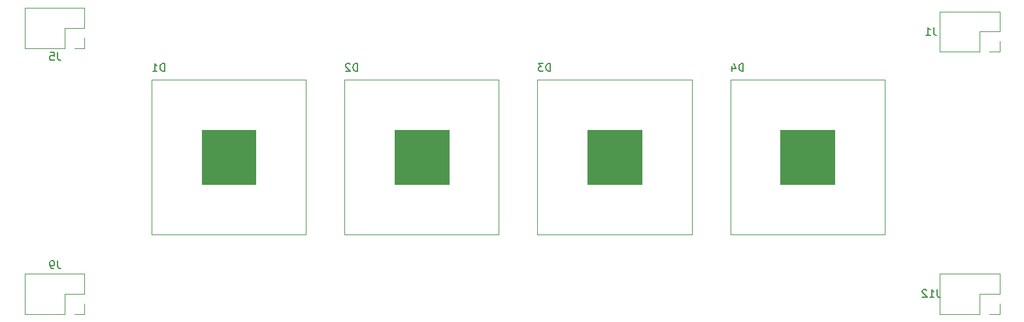
<source format=gbo>
G04 #@! TF.GenerationSoftware,KiCad,Pcbnew,8.0.7-8.0.7-0~ubuntu22.04.1*
G04 #@! TF.CreationDate,2025-03-20T12:44:00-04:00*
G04 #@! TF.ProjectId,trigger,74726967-6765-4722-9e6b-696361645f70,rev?*
G04 #@! TF.SameCoordinates,Original*
G04 #@! TF.FileFunction,Legend,Bot*
G04 #@! TF.FilePolarity,Positive*
%FSLAX46Y46*%
G04 Gerber Fmt 4.6, Leading zero omitted, Abs format (unit mm)*
G04 Created by KiCad (PCBNEW 8.0.7-8.0.7-0~ubuntu22.04.1) date 2025-03-20 12:44:00*
%MOMM*%
%LPD*%
G01*
G04 APERTURE LIST*
%ADD10C,0.100000*%
%ADD11C,0.150000*%
%ADD12C,0.120000*%
%ADD13C,5.600000*%
%ADD14O,1.700000X1.700000*%
%ADD15R,1.700000X1.700000*%
G04 APERTURE END LIST*
D10*
X90000000Y-90000000D02*
X110000000Y-90000000D01*
X110000000Y-110000000D01*
X90000000Y-110000000D01*
X90000000Y-90000000D01*
X146500000Y-96500000D02*
X153500000Y-96500000D01*
X153500000Y-103500000D01*
X146500000Y-103500000D01*
X146500000Y-96500000D01*
G36*
X146500000Y-96500000D02*
G01*
X153500000Y-96500000D01*
X153500000Y-103500000D01*
X146500000Y-103500000D01*
X146500000Y-96500000D01*
G37*
X140000000Y-90000000D02*
X160000000Y-90000000D01*
X160000000Y-110000000D01*
X140000000Y-110000000D01*
X140000000Y-90000000D01*
X96500000Y-96500000D02*
X103500000Y-96500000D01*
X103500000Y-103500000D01*
X96500000Y-103500000D01*
X96500000Y-96500000D01*
G36*
X96500000Y-96500000D02*
G01*
X103500000Y-96500000D01*
X103500000Y-103500000D01*
X96500000Y-103500000D01*
X96500000Y-96500000D01*
G37*
X115000000Y-90000000D02*
X135000000Y-90000000D01*
X135000000Y-110000000D01*
X115000000Y-110000000D01*
X115000000Y-90000000D01*
X171500000Y-96500000D02*
X178500000Y-96500000D01*
X178500000Y-103500000D01*
X171500000Y-103500000D01*
X171500000Y-96500000D01*
G36*
X171500000Y-96500000D02*
G01*
X178500000Y-96500000D01*
X178500000Y-103500000D01*
X171500000Y-103500000D01*
X171500000Y-96500000D01*
G37*
X121500000Y-96500000D02*
X128500000Y-96500000D01*
X128500000Y-103500000D01*
X121500000Y-103500000D01*
X121500000Y-96500000D01*
G36*
X121500000Y-96500000D02*
G01*
X128500000Y-96500000D01*
X128500000Y-103500000D01*
X121500000Y-103500000D01*
X121500000Y-96500000D01*
G37*
X165000000Y-90000000D02*
X185000000Y-90000000D01*
X185000000Y-110000000D01*
X165000000Y-110000000D01*
X165000000Y-90000000D01*
D11*
X166663220Y-88869819D02*
X166663220Y-87869819D01*
X166663220Y-87869819D02*
X166425125Y-87869819D01*
X166425125Y-87869819D02*
X166282268Y-87917438D01*
X166282268Y-87917438D02*
X166187030Y-88012676D01*
X166187030Y-88012676D02*
X166139411Y-88107914D01*
X166139411Y-88107914D02*
X166091792Y-88298390D01*
X166091792Y-88298390D02*
X166091792Y-88441247D01*
X166091792Y-88441247D02*
X166139411Y-88631723D01*
X166139411Y-88631723D02*
X166187030Y-88726961D01*
X166187030Y-88726961D02*
X166282268Y-88822200D01*
X166282268Y-88822200D02*
X166425125Y-88869819D01*
X166425125Y-88869819D02*
X166663220Y-88869819D01*
X165234649Y-88203152D02*
X165234649Y-88869819D01*
X165472744Y-87822200D02*
X165710839Y-88536485D01*
X165710839Y-88536485D02*
X165091792Y-88536485D01*
X141663220Y-88869819D02*
X141663220Y-87869819D01*
X141663220Y-87869819D02*
X141425125Y-87869819D01*
X141425125Y-87869819D02*
X141282268Y-87917438D01*
X141282268Y-87917438D02*
X141187030Y-88012676D01*
X141187030Y-88012676D02*
X141139411Y-88107914D01*
X141139411Y-88107914D02*
X141091792Y-88298390D01*
X141091792Y-88298390D02*
X141091792Y-88441247D01*
X141091792Y-88441247D02*
X141139411Y-88631723D01*
X141139411Y-88631723D02*
X141187030Y-88726961D01*
X141187030Y-88726961D02*
X141282268Y-88822200D01*
X141282268Y-88822200D02*
X141425125Y-88869819D01*
X141425125Y-88869819D02*
X141663220Y-88869819D01*
X140758458Y-87869819D02*
X140139411Y-87869819D01*
X140139411Y-87869819D02*
X140472744Y-88250771D01*
X140472744Y-88250771D02*
X140329887Y-88250771D01*
X140329887Y-88250771D02*
X140234649Y-88298390D01*
X140234649Y-88298390D02*
X140187030Y-88346009D01*
X140187030Y-88346009D02*
X140139411Y-88441247D01*
X140139411Y-88441247D02*
X140139411Y-88679342D01*
X140139411Y-88679342D02*
X140187030Y-88774580D01*
X140187030Y-88774580D02*
X140234649Y-88822200D01*
X140234649Y-88822200D02*
X140329887Y-88869819D01*
X140329887Y-88869819D02*
X140615601Y-88869819D01*
X140615601Y-88869819D02*
X140710839Y-88822200D01*
X140710839Y-88822200D02*
X140758458Y-88774580D01*
X116663220Y-88869819D02*
X116663220Y-87869819D01*
X116663220Y-87869819D02*
X116425125Y-87869819D01*
X116425125Y-87869819D02*
X116282268Y-87917438D01*
X116282268Y-87917438D02*
X116187030Y-88012676D01*
X116187030Y-88012676D02*
X116139411Y-88107914D01*
X116139411Y-88107914D02*
X116091792Y-88298390D01*
X116091792Y-88298390D02*
X116091792Y-88441247D01*
X116091792Y-88441247D02*
X116139411Y-88631723D01*
X116139411Y-88631723D02*
X116187030Y-88726961D01*
X116187030Y-88726961D02*
X116282268Y-88822200D01*
X116282268Y-88822200D02*
X116425125Y-88869819D01*
X116425125Y-88869819D02*
X116663220Y-88869819D01*
X115710839Y-87965057D02*
X115663220Y-87917438D01*
X115663220Y-87917438D02*
X115567982Y-87869819D01*
X115567982Y-87869819D02*
X115329887Y-87869819D01*
X115329887Y-87869819D02*
X115234649Y-87917438D01*
X115234649Y-87917438D02*
X115187030Y-87965057D01*
X115187030Y-87965057D02*
X115139411Y-88060295D01*
X115139411Y-88060295D02*
X115139411Y-88155533D01*
X115139411Y-88155533D02*
X115187030Y-88298390D01*
X115187030Y-88298390D02*
X115758458Y-88869819D01*
X115758458Y-88869819D02*
X115139411Y-88869819D01*
X91663220Y-88869819D02*
X91663220Y-87869819D01*
X91663220Y-87869819D02*
X91425125Y-87869819D01*
X91425125Y-87869819D02*
X91282268Y-87917438D01*
X91282268Y-87917438D02*
X91187030Y-88012676D01*
X91187030Y-88012676D02*
X91139411Y-88107914D01*
X91139411Y-88107914D02*
X91091792Y-88298390D01*
X91091792Y-88298390D02*
X91091792Y-88441247D01*
X91091792Y-88441247D02*
X91139411Y-88631723D01*
X91139411Y-88631723D02*
X91187030Y-88726961D01*
X91187030Y-88726961D02*
X91282268Y-88822200D01*
X91282268Y-88822200D02*
X91425125Y-88869819D01*
X91425125Y-88869819D02*
X91663220Y-88869819D01*
X90139411Y-88869819D02*
X90710839Y-88869819D01*
X90425125Y-88869819D02*
X90425125Y-87869819D01*
X90425125Y-87869819D02*
X90520363Y-88012676D01*
X90520363Y-88012676D02*
X90615601Y-88107914D01*
X90615601Y-88107914D02*
X90710839Y-88155533D01*
X77833333Y-86454819D02*
X77833333Y-87169104D01*
X77833333Y-87169104D02*
X77880952Y-87311961D01*
X77880952Y-87311961D02*
X77976190Y-87407200D01*
X77976190Y-87407200D02*
X78119047Y-87454819D01*
X78119047Y-87454819D02*
X78214285Y-87454819D01*
X76880952Y-86454819D02*
X77357142Y-86454819D01*
X77357142Y-86454819D02*
X77404761Y-86931009D01*
X77404761Y-86931009D02*
X77357142Y-86883390D01*
X77357142Y-86883390D02*
X77261904Y-86835771D01*
X77261904Y-86835771D02*
X77023809Y-86835771D01*
X77023809Y-86835771D02*
X76928571Y-86883390D01*
X76928571Y-86883390D02*
X76880952Y-86931009D01*
X76880952Y-86931009D02*
X76833333Y-87026247D01*
X76833333Y-87026247D02*
X76833333Y-87264342D01*
X76833333Y-87264342D02*
X76880952Y-87359580D01*
X76880952Y-87359580D02*
X76928571Y-87407200D01*
X76928571Y-87407200D02*
X77023809Y-87454819D01*
X77023809Y-87454819D02*
X77261904Y-87454819D01*
X77261904Y-87454819D02*
X77357142Y-87407200D01*
X77357142Y-87407200D02*
X77404761Y-87359580D01*
X191809523Y-117184819D02*
X191809523Y-117899104D01*
X191809523Y-117899104D02*
X191857142Y-118041961D01*
X191857142Y-118041961D02*
X191952380Y-118137200D01*
X191952380Y-118137200D02*
X192095237Y-118184819D01*
X192095237Y-118184819D02*
X192190475Y-118184819D01*
X190809523Y-118184819D02*
X191380951Y-118184819D01*
X191095237Y-118184819D02*
X191095237Y-117184819D01*
X191095237Y-117184819D02*
X191190475Y-117327676D01*
X191190475Y-117327676D02*
X191285713Y-117422914D01*
X191285713Y-117422914D02*
X191380951Y-117470533D01*
X190428570Y-117280057D02*
X190380951Y-117232438D01*
X190380951Y-117232438D02*
X190285713Y-117184819D01*
X190285713Y-117184819D02*
X190047618Y-117184819D01*
X190047618Y-117184819D02*
X189952380Y-117232438D01*
X189952380Y-117232438D02*
X189904761Y-117280057D01*
X189904761Y-117280057D02*
X189857142Y-117375295D01*
X189857142Y-117375295D02*
X189857142Y-117470533D01*
X189857142Y-117470533D02*
X189904761Y-117613390D01*
X189904761Y-117613390D02*
X190476189Y-118184819D01*
X190476189Y-118184819D02*
X189857142Y-118184819D01*
X191333333Y-83184819D02*
X191333333Y-83899104D01*
X191333333Y-83899104D02*
X191380952Y-84041961D01*
X191380952Y-84041961D02*
X191476190Y-84137200D01*
X191476190Y-84137200D02*
X191619047Y-84184819D01*
X191619047Y-84184819D02*
X191714285Y-84184819D01*
X190333333Y-84184819D02*
X190904761Y-84184819D01*
X190619047Y-84184819D02*
X190619047Y-83184819D01*
X190619047Y-83184819D02*
X190714285Y-83327676D01*
X190714285Y-83327676D02*
X190809523Y-83422914D01*
X190809523Y-83422914D02*
X190904761Y-83470533D01*
X77833333Y-113454819D02*
X77833333Y-114169104D01*
X77833333Y-114169104D02*
X77880952Y-114311961D01*
X77880952Y-114311961D02*
X77976190Y-114407200D01*
X77976190Y-114407200D02*
X78119047Y-114454819D01*
X78119047Y-114454819D02*
X78214285Y-114454819D01*
X77309523Y-114454819D02*
X77119047Y-114454819D01*
X77119047Y-114454819D02*
X77023809Y-114407200D01*
X77023809Y-114407200D02*
X76976190Y-114359580D01*
X76976190Y-114359580D02*
X76880952Y-114216723D01*
X76880952Y-114216723D02*
X76833333Y-114026247D01*
X76833333Y-114026247D02*
X76833333Y-113645295D01*
X76833333Y-113645295D02*
X76880952Y-113550057D01*
X76880952Y-113550057D02*
X76928571Y-113502438D01*
X76928571Y-113502438D02*
X77023809Y-113454819D01*
X77023809Y-113454819D02*
X77214285Y-113454819D01*
X77214285Y-113454819D02*
X77309523Y-113502438D01*
X77309523Y-113502438D02*
X77357142Y-113550057D01*
X77357142Y-113550057D02*
X77404761Y-113645295D01*
X77404761Y-113645295D02*
X77404761Y-113883390D01*
X77404761Y-113883390D02*
X77357142Y-113978628D01*
X77357142Y-113978628D02*
X77309523Y-114026247D01*
X77309523Y-114026247D02*
X77214285Y-114073866D01*
X77214285Y-114073866D02*
X77023809Y-114073866D01*
X77023809Y-114073866D02*
X76928571Y-114026247D01*
X76928571Y-114026247D02*
X76880952Y-113978628D01*
X76880952Y-113978628D02*
X76833333Y-113883390D01*
D12*
X81330000Y-85870000D02*
X80000000Y-85870000D01*
X81330000Y-84540000D02*
X81330000Y-85870000D01*
X81330000Y-83270000D02*
X78730000Y-83270000D01*
X81330000Y-80670000D02*
X81330000Y-83270000D01*
X78730000Y-83270000D02*
X78730000Y-85870000D01*
X73590000Y-85870000D02*
X78730000Y-85870000D01*
X73590000Y-80670000D02*
X81330000Y-80670000D01*
X73590000Y-80670000D02*
X73590000Y-85870000D01*
X199870000Y-120330000D02*
X198540000Y-120330000D01*
X199870000Y-119000000D02*
X199870000Y-120330000D01*
X199870000Y-117730000D02*
X197270000Y-117730000D01*
X199870000Y-115130000D02*
X199870000Y-117730000D01*
X197270000Y-117730000D02*
X197270000Y-120330000D01*
X192130000Y-120330000D02*
X197270000Y-120330000D01*
X192130000Y-115130000D02*
X199870000Y-115130000D01*
X192130000Y-115130000D02*
X192130000Y-120330000D01*
X199870000Y-86330000D02*
X198540000Y-86330000D01*
X199870000Y-85000000D02*
X199870000Y-86330000D01*
X199870000Y-83730000D02*
X197270000Y-83730000D01*
X199870000Y-81130000D02*
X199870000Y-83730000D01*
X197270000Y-83730000D02*
X197270000Y-86330000D01*
X192130000Y-86330000D02*
X197270000Y-86330000D01*
X192130000Y-81130000D02*
X199870000Y-81130000D01*
X192130000Y-81130000D02*
X192130000Y-86330000D01*
X81330000Y-120330000D02*
X80000000Y-120330000D01*
X81330000Y-119000000D02*
X81330000Y-120330000D01*
X81330000Y-117730000D02*
X78730000Y-117730000D01*
X81330000Y-115130000D02*
X81330000Y-117730000D01*
X78730000Y-117730000D02*
X78730000Y-120330000D01*
X73590000Y-120330000D02*
X78730000Y-120330000D01*
X73590000Y-115130000D02*
X81330000Y-115130000D01*
X73590000Y-115130000D02*
X73590000Y-120330000D01*
%LPC*%
D13*
X197250000Y-112250000D03*
X197250000Y-89500000D03*
X84500000Y-117750000D03*
X84500000Y-83250000D03*
X170500000Y-115000000D03*
X179500000Y-85000000D03*
X145500000Y-115000000D03*
X154500000Y-85000000D03*
X120500000Y-115000000D03*
X129500000Y-85000000D03*
X95500000Y-115000000D03*
X104500000Y-85000000D03*
D14*
X74920000Y-82000000D03*
X77460000Y-82000000D03*
X80000000Y-82000000D03*
X74920000Y-84540000D03*
X77460000Y-84540000D03*
D15*
X80000000Y-84540000D03*
D14*
X193460000Y-116460000D03*
X196000000Y-116460000D03*
X198540000Y-116460000D03*
X193460000Y-119000000D03*
X196000000Y-119000000D03*
D15*
X198540000Y-119000000D03*
D14*
X193460000Y-82460000D03*
X196000000Y-82460000D03*
X198540000Y-82460000D03*
X193460000Y-85000000D03*
X196000000Y-85000000D03*
D15*
X198540000Y-85000000D03*
D14*
X74920000Y-116460000D03*
X77460000Y-116460000D03*
X80000000Y-116460000D03*
X74920000Y-119000000D03*
X77460000Y-119000000D03*
D15*
X80000000Y-119000000D03*
%LPD*%
M02*

</source>
